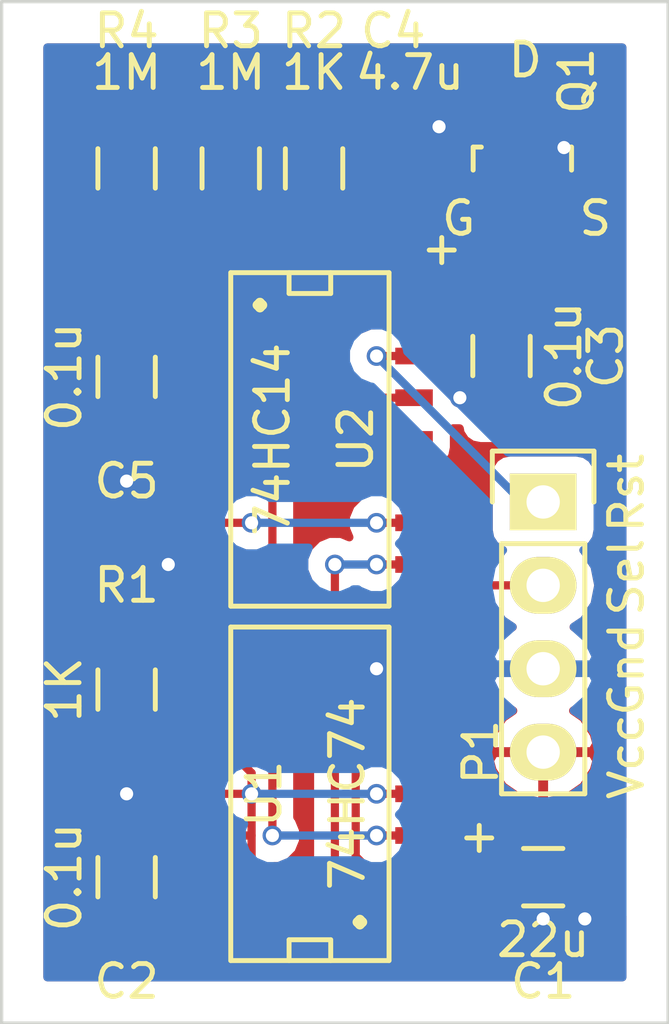
<source format=kicad_pcb>
(kicad_pcb (version 4) (host pcbnew "(after 2015-may-25 BZR unknown)-product")

  (general
    (links 36)
    (no_connects 0)
    (area 138.379999 91.389999 158.800001 122.605001)
    (thickness 1.6)
    (drawings 15)
    (tracks 109)
    (zones 0)
    (modules 13)
    (nets 18)
  )

  (page A4)
  (layers
    (0 F.Cu signal)
    (31 B.Cu signal)
    (32 B.Adhes user)
    (33 F.Adhes user)
    (34 B.Paste user)
    (35 F.Paste user)
    (36 B.SilkS user)
    (37 F.SilkS user)
    (38 B.Mask user)
    (39 F.Mask user)
    (40 Dwgs.User user)
    (41 Cmts.User user)
    (42 Eco1.User user)
    (43 Eco2.User user)
    (44 Edge.Cuts user)
    (45 Margin user)
    (46 B.CrtYd user)
    (47 F.CrtYd user)
    (48 B.Fab user)
    (49 F.Fab user)
  )

  (setup
    (last_trace_width 0.25)
    (trace_clearance 0.2)
    (zone_clearance 0.508)
    (zone_45_only no)
    (trace_min 0.2)
    (segment_width 0.2)
    (edge_width 0.1)
    (via_size 0.6)
    (via_drill 0.4)
    (via_min_size 0.4)
    (via_min_drill 0.3)
    (uvia_size 0.3)
    (uvia_drill 0.1)
    (uvias_allowed no)
    (uvia_min_size 0.2)
    (uvia_min_drill 0.1)
    (pcb_text_width 0.3)
    (pcb_text_size 1.5 1.5)
    (mod_edge_width 0.15)
    (mod_text_size 1 1)
    (mod_text_width 0.15)
    (pad_size 2.032 1.7272)
    (pad_drill 0.6)
    (pad_to_mask_clearance 0)
    (aux_axis_origin 0 0)
    (visible_elements FFFFFF7F)
    (pcbplotparams
      (layerselection 0x00030_80000001)
      (usegerberextensions false)
      (excludeedgelayer true)
      (linewidth 0.100000)
      (plotframeref false)
      (viasonmask false)
      (mode 1)
      (useauxorigin false)
      (hpglpennumber 1)
      (hpglpenspeed 20)
      (hpglpendiameter 15)
      (hpglpenoverlay 2)
      (psnegative false)
      (psa4output false)
      (plotreference true)
      (plotvalue true)
      (plotinvisibletext false)
      (padsonsilk false)
      (subtractmaskfromsilk false)
      (outputformat 1)
      (mirror false)
      (drillshape 1)
      (scaleselection 1)
      (outputdirectory ""))
  )

  (net 0 "")
  (net 1 VCC)
  (net 2 GND)
  (net 3 "Net-(C4-Pad1)")
  (net 4 "Net-(C5-Pad1)")
  (net 5 //RESET)
  (net 6 /SELECT)
  (net 7 "Net-(Q1-Pad3)")
  (net 8 /P_UP)
  (net 9 "Net-(U1-Pad1)")
  (net 10 "Net-(U1-Pad2)")
  (net 11 "Net-(U1-Pad3)")
  (net 12 "Net-(U1-Pad8)")
  (net 13 "Net-(U1-Pad9)")
  (net 14 "Net-(U2-Pad2)")
  (net 15 "Net-(U2-Pad6)")
  (net 16 "Net-(U2-Pad11)")
  (net 17 "Net-(Q1-Pad1)")

  (net_class Default "This is the default net class."
    (clearance 0.2)
    (trace_width 0.25)
    (via_dia 0.6)
    (via_drill 0.4)
    (uvia_dia 0.3)
    (uvia_drill 0.1)
    (add_net //RESET)
    (add_net /P_UP)
    (add_net /SELECT)
    (add_net GND)
    (add_net "Net-(C4-Pad1)")
    (add_net "Net-(C5-Pad1)")
    (add_net "Net-(Q1-Pad1)")
    (add_net "Net-(Q1-Pad3)")
    (add_net "Net-(U1-Pad1)")
    (add_net "Net-(U1-Pad2)")
    (add_net "Net-(U1-Pad3)")
    (add_net "Net-(U1-Pad8)")
    (add_net "Net-(U1-Pad9)")
    (add_net "Net-(U2-Pad11)")
    (add_net "Net-(U2-Pad2)")
    (add_net "Net-(U2-Pad6)")
    (add_net VCC)
  )

  (module Pin_Headers:Pin_Header_Straight_1x04 (layer F.Cu) (tedit 5718ED3D) (tstamp 57188D8A)
    (at 154.94 106.68)
    (descr "Through hole pin header")
    (tags "pin header")
    (path /57165670)
    (fp_text reference P1 (at -1.905 7.62 90) (layer F.SilkS)
      (effects (font (size 1 1) (thickness 0.15)))
    )
    (fp_text value CONN_01X04 (at 2.54 1.905 90) (layer F.Fab) hide
      (effects (font (size 1 1) (thickness 0.15)))
    )
    (fp_line (start -1.75 -1.75) (end -1.75 9.4) (layer F.CrtYd) (width 0.05))
    (fp_line (start 1.75 -1.75) (end 1.75 9.4) (layer F.CrtYd) (width 0.05))
    (fp_line (start -1.75 -1.75) (end 1.75 -1.75) (layer F.CrtYd) (width 0.05))
    (fp_line (start -1.75 9.4) (end 1.75 9.4) (layer F.CrtYd) (width 0.05))
    (fp_line (start -1.27 1.27) (end -1.27 8.89) (layer F.SilkS) (width 0.15))
    (fp_line (start 1.27 1.27) (end 1.27 8.89) (layer F.SilkS) (width 0.15))
    (fp_line (start 1.55 -1.55) (end 1.55 0) (layer F.SilkS) (width 0.15))
    (fp_line (start -1.27 8.89) (end 1.27 8.89) (layer F.SilkS) (width 0.15))
    (fp_line (start 1.27 1.27) (end -1.27 1.27) (layer F.SilkS) (width 0.15))
    (fp_line (start -1.55 0) (end -1.55 -1.55) (layer F.SilkS) (width 0.15))
    (fp_line (start -1.55 -1.55) (end 1.55 -1.55) (layer F.SilkS) (width 0.15))
    (pad 1 thru_hole rect (at 0 0) (size 2.032 1.7272) (drill 1.016) (layers *.Cu *.Mask F.SilkS)
      (net 5 //RESET))
    (pad 2 thru_hole oval (at 0 2.54) (size 2.032 1.7272) (drill 1.016) (layers *.Cu *.Mask F.SilkS)
      (net 6 /SELECT))
    (pad 3 thru_hole oval (at 0 5.08) (size 2.032 1.7272) (drill 1.016) (layers *.Cu *.Mask F.SilkS)
      (net 2 GND))
    (pad 4 thru_hole oval (at 0 7.62) (size 2.032 1.7272) (drill 1.016) (layers *.Cu *.Mask F.SilkS)
      (net 1 VCC))
    (model Pin_Headers.3dshapes/Pin_Header_Straight_1x04.wrl
      (at (xyz 0 -0.15 0))
      (scale (xyz 1 1 1))
      (rotate (xyz 0 0 90))
    )
  )

  (module TO_SOT_Packages_SMD:SOT-23_Handsoldering (layer F.Cu) (tedit 5719C24F) (tstamp 57188D95)
    (at 154.305 96.52)
    (descr "SOT-23, Handsoldering")
    (tags SOT-23)
    (path /57188628)
    (attr smd)
    (fp_text reference Q1 (at 1.651 -2.667 90) (layer F.SilkS)
      (effects (font (size 1 1) (thickness 0.15)))
    )
    (fp_text value Q_NMOS_GSD (at 2.921 -1.524 90) (layer F.Fab) hide
      (effects (font (size 1 1) (thickness 0.15)))
    )
    (fp_line (start -1.49982 0.0508) (end -1.49982 -0.65024) (layer F.SilkS) (width 0.15))
    (fp_line (start -1.49982 -0.65024) (end -1.2509 -0.65024) (layer F.SilkS) (width 0.15))
    (fp_line (start 1.29916 -0.65024) (end 1.49982 -0.65024) (layer F.SilkS) (width 0.15))
    (fp_line (start 1.49982 -0.65024) (end 1.49982 0.0508) (layer F.SilkS) (width 0.15))
    (pad 1 smd rect (at -0.95 1.50114) (size 0.8001 1.80086) (layers F.Cu F.Paste F.Mask)
      (net 17 "Net-(Q1-Pad1)"))
    (pad 2 smd rect (at 0.95 1.50114) (size 0.8001 1.80086) (layers F.Cu F.Paste F.Mask)
      (net 2 GND))
    (pad 3 smd rect (at 0 -1.50114) (size 0.8001 1.80086) (layers F.Cu F.Paste F.Mask)
      (net 7 "Net-(Q1-Pad3)"))
    (model TO_SOT_Packages_SMD.3dshapes/SOT-23_Handsoldering.wrl
      (at (xyz 0 0 0))
      (scale (xyz 1 1 1))
      (rotate (xyz 0 0 0))
    )
  )

  (module Resistors_SMD:R_0805_HandSoldering (layer F.Cu) (tedit 5718A067) (tstamp 57188DA1)
    (at 142.24 112.395 270)
    (descr "Resistor SMD 0805, hand soldering")
    (tags "resistor 0805")
    (path /57165335)
    (attr smd)
    (fp_text reference R1 (at -3.175 0 360) (layer F.SilkS)
      (effects (font (size 1 1) (thickness 0.15)))
    )
    (fp_text value 1K (at 0 1.905 450) (layer F.SilkS)
      (effects (font (size 1 1) (thickness 0.15)))
    )
    (fp_line (start -2.4 -1) (end 2.4 -1) (layer F.CrtYd) (width 0.05))
    (fp_line (start -2.4 1) (end 2.4 1) (layer F.CrtYd) (width 0.05))
    (fp_line (start -2.4 -1) (end -2.4 1) (layer F.CrtYd) (width 0.05))
    (fp_line (start 2.4 -1) (end 2.4 1) (layer F.CrtYd) (width 0.05))
    (fp_line (start 0.6 0.875) (end -0.6 0.875) (layer F.SilkS) (width 0.15))
    (fp_line (start -0.6 -0.875) (end 0.6 -0.875) (layer F.SilkS) (width 0.15))
    (pad 1 smd rect (at -1.35 0 270) (size 1.5 1.3) (layers F.Cu F.Paste F.Mask)
      (net 1 VCC))
    (pad 2 smd rect (at 1.35 0 270) (size 1.5 1.3) (layers F.Cu F.Paste F.Mask)
      (net 8 /P_UP))
    (model Resistors_SMD.3dshapes/R_0805_HandSoldering.wrl
      (at (xyz 0 0 0))
      (scale (xyz 1 1 1))
      (rotate (xyz 0 0 0))
    )
  )

  (module Resistors_SMD:R_0805_HandSoldering (layer F.Cu) (tedit 5718AE45) (tstamp 57188DAD)
    (at 147.955 96.52 90)
    (descr "Resistor SMD 0805, hand soldering")
    (tags "resistor 0805")
    (path /57188766)
    (attr smd)
    (fp_text reference R2 (at 4.191 0 180) (layer F.SilkS)
      (effects (font (size 1 1) (thickness 0.15)))
    )
    (fp_text value 1K (at 2.921 0 180) (layer F.SilkS)
      (effects (font (size 1 1) (thickness 0.15)))
    )
    (fp_line (start -2.4 -1) (end 2.4 -1) (layer F.CrtYd) (width 0.05))
    (fp_line (start -2.4 1) (end 2.4 1) (layer F.CrtYd) (width 0.05))
    (fp_line (start -2.4 -1) (end -2.4 1) (layer F.CrtYd) (width 0.05))
    (fp_line (start 2.4 -1) (end 2.4 1) (layer F.CrtYd) (width 0.05))
    (fp_line (start 0.6 0.875) (end -0.6 0.875) (layer F.SilkS) (width 0.15))
    (fp_line (start -0.6 -0.875) (end 0.6 -0.875) (layer F.SilkS) (width 0.15))
    (pad 1 smd rect (at -1.35 0 90) (size 1.5 1.3) (layers F.Cu F.Paste F.Mask)
      (net 3 "Net-(C4-Pad1)"))
    (pad 2 smd rect (at 1.35 0 90) (size 1.5 1.3) (layers F.Cu F.Paste F.Mask)
      (net 7 "Net-(Q1-Pad3)"))
    (model Resistors_SMD.3dshapes/R_0805_HandSoldering.wrl
      (at (xyz 0 0 0))
      (scale (xyz 1 1 1))
      (rotate (xyz 0 0 0))
    )
  )

  (module Resistors_SMD:R_0805_HandSoldering (layer F.Cu) (tedit 5718AE41) (tstamp 57188DB9)
    (at 145.415 96.52 270)
    (descr "Resistor SMD 0805, hand soldering")
    (tags "resistor 0805")
    (path /57164E66)
    (attr smd)
    (fp_text reference R3 (at -4.191 0 360) (layer F.SilkS)
      (effects (font (size 1 1) (thickness 0.15)))
    )
    (fp_text value 1M (at -2.921 0 360) (layer F.SilkS)
      (effects (font (size 1 1) (thickness 0.15)))
    )
    (fp_line (start -2.4 -1) (end 2.4 -1) (layer F.CrtYd) (width 0.05))
    (fp_line (start -2.4 1) (end 2.4 1) (layer F.CrtYd) (width 0.05))
    (fp_line (start -2.4 -1) (end -2.4 1) (layer F.CrtYd) (width 0.05))
    (fp_line (start 2.4 -1) (end 2.4 1) (layer F.CrtYd) (width 0.05))
    (fp_line (start 0.6 0.875) (end -0.6 0.875) (layer F.SilkS) (width 0.15))
    (fp_line (start -0.6 -0.875) (end 0.6 -0.875) (layer F.SilkS) (width 0.15))
    (pad 1 smd rect (at -1.35 0 270) (size 1.5 1.3) (layers F.Cu F.Paste F.Mask)
      (net 1 VCC))
    (pad 2 smd rect (at 1.35 0 270) (size 1.5 1.3) (layers F.Cu F.Paste F.Mask)
      (net 3 "Net-(C4-Pad1)"))
    (model Resistors_SMD.3dshapes/R_0805_HandSoldering.wrl
      (at (xyz 0 0 0))
      (scale (xyz 1 1 1))
      (rotate (xyz 0 0 0))
    )
  )

  (module Resistors_SMD:R_0805_HandSoldering (layer F.Cu) (tedit 5718AE3D) (tstamp 57188DC5)
    (at 142.24 96.52 270)
    (descr "Resistor SMD 0805, hand soldering")
    (tags "resistor 0805")
    (path /57164D81)
    (attr smd)
    (fp_text reference R4 (at -4.191 0 360) (layer F.SilkS)
      (effects (font (size 1 1) (thickness 0.15)))
    )
    (fp_text value 1M (at -2.921 0 360) (layer F.SilkS)
      (effects (font (size 1 1) (thickness 0.15)))
    )
    (fp_line (start -2.4 -1) (end 2.4 -1) (layer F.CrtYd) (width 0.05))
    (fp_line (start -2.4 1) (end 2.4 1) (layer F.CrtYd) (width 0.05))
    (fp_line (start -2.4 -1) (end -2.4 1) (layer F.CrtYd) (width 0.05))
    (fp_line (start 2.4 -1) (end 2.4 1) (layer F.CrtYd) (width 0.05))
    (fp_line (start 0.6 0.875) (end -0.6 0.875) (layer F.SilkS) (width 0.15))
    (fp_line (start -0.6 -0.875) (end 0.6 -0.875) (layer F.SilkS) (width 0.15))
    (pad 1 smd rect (at -1.35 0 270) (size 1.5 1.3) (layers F.Cu F.Paste F.Mask)
      (net 1 VCC))
    (pad 2 smd rect (at 1.35 0 270) (size 1.5 1.3) (layers F.Cu F.Paste F.Mask)
      (net 4 "Net-(C5-Pad1)"))
    (model Resistors_SMD.3dshapes/R_0805_HandSoldering.wrl
      (at (xyz 0 0 0))
      (scale (xyz 1 1 1))
      (rotate (xyz 0 0 0))
    )
  )

  (module SMD_Packages:SOIC-14_N (layer F.Cu) (tedit 57189BD7) (tstamp 57188DDE)
    (at 147.701 115.57 90)
    (descr "Module CMS SOJ 14 pins Large")
    (tags "CMS SOJ")
    (path /5716414A)
    (attr smd)
    (fp_text reference U1 (at 0 -1.27 90) (layer F.SilkS)
      (effects (font (size 1 1) (thickness 0.15)))
    )
    (fp_text value 74HC74 (at 0 1.27 90) (layer F.SilkS)
      (effects (font (size 1 1) (thickness 0.15)))
    )
    (fp_line (start 5.08 -2.286) (end 5.08 2.54) (layer F.SilkS) (width 0.15))
    (fp_line (start 5.08 2.54) (end -5.08 2.54) (layer F.SilkS) (width 0.15))
    (fp_line (start -5.08 2.54) (end -5.08 -2.286) (layer F.SilkS) (width 0.15))
    (fp_line (start -5.08 -2.286) (end 5.08 -2.286) (layer F.SilkS) (width 0.15))
    (fp_line (start -5.08 -0.508) (end -4.445 -0.508) (layer F.SilkS) (width 0.15))
    (fp_line (start -4.445 -0.508) (end -4.445 0.762) (layer F.SilkS) (width 0.15))
    (fp_line (start -4.445 0.762) (end -5.08 0.762) (layer F.SilkS) (width 0.15))
    (pad 1 smd rect (at -3.81 3.302 90) (size 0.508 1.143) (layers F.Cu F.Paste F.Mask)
      (net 9 "Net-(U1-Pad1)"))
    (pad 2 smd rect (at -2.54 3.302 90) (size 0.508 1.143) (layers F.Cu F.Paste F.Mask)
      (net 10 "Net-(U1-Pad2)"))
    (pad 3 smd rect (at -1.27 3.302 90) (size 0.508 1.143) (layers F.Cu F.Paste F.Mask)
      (net 11 "Net-(U1-Pad3)"))
    (pad 4 smd rect (at 0 3.302 90) (size 0.508 1.143) (layers F.Cu F.Paste F.Mask)
      (net 8 /P_UP))
    (pad 5 smd rect (at 1.27 3.302 90) (size 0.508 1.143) (layers F.Cu F.Paste F.Mask)
      (net 6 /SELECT))
    (pad 6 smd rect (at 2.54 3.302 90) (size 0.508 1.143) (layers F.Cu F.Paste F.Mask)
      (net 10 "Net-(U1-Pad2)"))
    (pad 7 smd rect (at 3.81 3.302 90) (size 0.508 1.143) (layers F.Cu F.Paste F.Mask)
      (net 2 GND))
    (pad 8 smd rect (at 3.81 -3.048 90) (size 0.508 1.143) (layers F.Cu F.Paste F.Mask)
      (net 12 "Net-(U1-Pad8)"))
    (pad 9 smd rect (at 2.54 -3.048 90) (size 0.508 1.143) (layers F.Cu F.Paste F.Mask)
      (net 13 "Net-(U1-Pad9)"))
    (pad 11 smd rect (at 0 -3.048 90) (size 0.508 1.143) (layers F.Cu F.Paste F.Mask)
      (net 8 /P_UP))
    (pad 12 smd rect (at -1.27 -3.048 90) (size 0.508 1.143) (layers F.Cu F.Paste F.Mask)
      (net 8 /P_UP))
    (pad 13 smd rect (at -2.54 -3.048 90) (size 0.508 1.143) (layers F.Cu F.Paste F.Mask)
      (net 8 /P_UP))
    (pad 14 smd rect (at -3.81 -3.048 90) (size 0.508 1.143) (layers F.Cu F.Paste F.Mask)
      (net 1 VCC))
    (pad 10 smd rect (at 1.27 -3.048 90) (size 0.508 1.143) (layers F.Cu F.Paste F.Mask)
      (net 8 /P_UP))
    (model SMD_Packages.3dshapes/SOIC-14_N.wrl
      (at (xyz 0 0 0))
      (scale (xyz 0.5 0.4 0.5))
      (rotate (xyz 0 0 0))
    )
  )

  (module SMD_Packages:SOIC-14_N (layer F.Cu) (tedit 57189BD2) (tstamp 57188DF7)
    (at 147.955 104.775 270)
    (descr "Module CMS SOJ 14 pins Large")
    (tags "CMS SOJ")
    (path /57188B73)
    (attr smd)
    (fp_text reference U2 (at 0 -1.27 270) (layer F.SilkS)
      (effects (font (size 1 1) (thickness 0.15)))
    )
    (fp_text value 74HC14 (at 0 1.27 270) (layer F.SilkS)
      (effects (font (size 1 1) (thickness 0.15)))
    )
    (fp_line (start 5.08 -2.286) (end 5.08 2.54) (layer F.SilkS) (width 0.15))
    (fp_line (start 5.08 2.54) (end -5.08 2.54) (layer F.SilkS) (width 0.15))
    (fp_line (start -5.08 2.54) (end -5.08 -2.286) (layer F.SilkS) (width 0.15))
    (fp_line (start -5.08 -2.286) (end 5.08 -2.286) (layer F.SilkS) (width 0.15))
    (fp_line (start -5.08 -0.508) (end -4.445 -0.508) (layer F.SilkS) (width 0.15))
    (fp_line (start -4.445 -0.508) (end -4.445 0.762) (layer F.SilkS) (width 0.15))
    (fp_line (start -4.445 0.762) (end -5.08 0.762) (layer F.SilkS) (width 0.15))
    (pad 1 smd rect (at -3.81 3.302 270) (size 0.508 1.143) (layers F.Cu F.Paste F.Mask)
      (net 3 "Net-(C4-Pad1)"))
    (pad 2 smd rect (at -2.54 3.302 270) (size 0.508 1.143) (layers F.Cu F.Paste F.Mask)
      (net 14 "Net-(U2-Pad2)"))
    (pad 3 smd rect (at -1.27 3.302 270) (size 0.508 1.143) (layers F.Cu F.Paste F.Mask)
      (net 14 "Net-(U2-Pad2)"))
    (pad 4 smd rect (at 0 3.302 270) (size 0.508 1.143) (layers F.Cu F.Paste F.Mask)
      (net 11 "Net-(U1-Pad3)"))
    (pad 5 smd rect (at 1.27 3.302 270) (size 0.508 1.143) (layers F.Cu F.Paste F.Mask)
      (net 4 "Net-(C5-Pad1)"))
    (pad 6 smd rect (at 2.54 3.302 270) (size 0.508 1.143) (layers F.Cu F.Paste F.Mask)
      (net 15 "Net-(U2-Pad6)"))
    (pad 7 smd rect (at 3.81 3.302 270) (size 0.508 1.143) (layers F.Cu F.Paste F.Mask)
      (net 2 GND))
    (pad 8 smd rect (at 3.81 -3.048 270) (size 0.508 1.143) (layers F.Cu F.Paste F.Mask)
      (net 9 "Net-(U1-Pad1)"))
    (pad 9 smd rect (at 2.54 -3.048 270) (size 0.508 1.143) (layers F.Cu F.Paste F.Mask)
      (net 15 "Net-(U2-Pad6)"))
    (pad 11 smd rect (at 0 -3.048 270) (size 0.508 1.143) (layers F.Cu F.Paste F.Mask)
      (net 16 "Net-(U2-Pad11)"))
    (pad 12 smd rect (at -1.27 -3.048 270) (size 0.508 1.143) (layers F.Cu F.Paste F.Mask)
      (net 16 "Net-(U2-Pad11)"))
    (pad 13 smd rect (at -2.54 -3.048 270) (size 0.508 1.143) (layers F.Cu F.Paste F.Mask)
      (net 5 //RESET))
    (pad 14 smd rect (at -3.81 -3.048 270) (size 0.508 1.143) (layers F.Cu F.Paste F.Mask)
      (net 1 VCC))
    (pad 10 smd rect (at 1.27 -3.048 270) (size 0.508 1.143) (layers F.Cu F.Paste F.Mask)
      (net 17 "Net-(Q1-Pad1)"))
    (model SMD_Packages.3dshapes/SOIC-14_N.wrl
      (at (xyz 0 0 0))
      (scale (xyz 0.5 0.4 0.5))
      (rotate (xyz 0 0 0))
    )
  )

  (module Resistors_SMD:R_0805_HandSoldering (layer F.Cu) (tedit 5718A1B7) (tstamp 57188D77)
    (at 142.24 102.87 270)
    (descr "Resistor SMD 0805, hand soldering")
    (tags "resistor 0805")
    (path /57164DA8)
    (attr smd)
    (fp_text reference C5 (at 3.175 0 360) (layer F.SilkS)
      (effects (font (size 1 1) (thickness 0.15)))
    )
    (fp_text value 0.1u (at 0 1.905 270) (layer F.SilkS)
      (effects (font (size 1 1) (thickness 0.15)))
    )
    (fp_line (start -2.4 -1) (end 2.4 -1) (layer F.CrtYd) (width 0.05))
    (fp_line (start -2.4 1) (end 2.4 1) (layer F.CrtYd) (width 0.05))
    (fp_line (start -2.4 -1) (end -2.4 1) (layer F.CrtYd) (width 0.05))
    (fp_line (start 2.4 -1) (end 2.4 1) (layer F.CrtYd) (width 0.05))
    (fp_line (start 0.6 0.875) (end -0.6 0.875) (layer F.SilkS) (width 0.15))
    (fp_line (start -0.6 -0.875) (end 0.6 -0.875) (layer F.SilkS) (width 0.15))
    (pad 1 smd rect (at -1.35 0 270) (size 1.5 1.3) (layers F.Cu F.Paste F.Mask)
      (net 4 "Net-(C5-Pad1)"))
    (pad 2 smd rect (at 1.35 0 270) (size 1.5 1.3) (layers F.Cu F.Paste F.Mask)
      (net 2 GND))
    (model Resistors_SMD.3dshapes/R_0805_HandSoldering.wrl
      (at (xyz 0 0 0))
      (scale (xyz 1 1 1))
      (rotate (xyz 0 0 0))
    )
  )

  (module Resistors_SMD:R_0805_HandSoldering (layer F.Cu) (tedit 5718A1F7) (tstamp 57188D5F)
    (at 153.67 102.235 270)
    (descr "Resistor SMD 0805, hand soldering")
    (tags "resistor 0805")
    (path /57189CB4)
    (attr smd)
    (fp_text reference C3 (at 0 -3.175 270) (layer F.SilkS)
      (effects (font (size 1 1) (thickness 0.15)))
    )
    (fp_text value 0.1u (at 0 -1.905 270) (layer F.SilkS)
      (effects (font (size 1 1) (thickness 0.15)))
    )
    (fp_line (start -2.4 -1) (end 2.4 -1) (layer F.CrtYd) (width 0.05))
    (fp_line (start -2.4 1) (end 2.4 1) (layer F.CrtYd) (width 0.05))
    (fp_line (start -2.4 -1) (end -2.4 1) (layer F.CrtYd) (width 0.05))
    (fp_line (start 2.4 -1) (end 2.4 1) (layer F.CrtYd) (width 0.05))
    (fp_line (start 0.6 0.875) (end -0.6 0.875) (layer F.SilkS) (width 0.15))
    (fp_line (start -0.6 -0.875) (end 0.6 -0.875) (layer F.SilkS) (width 0.15))
    (pad 1 smd rect (at -1.35 0 270) (size 1.5 1.3) (layers F.Cu F.Paste F.Mask)
      (net 1 VCC))
    (pad 2 smd rect (at 1.35 0 270) (size 1.5 1.3) (layers F.Cu F.Paste F.Mask)
      (net 2 GND))
    (model Resistors_SMD.3dshapes/R_0805_HandSoldering.wrl
      (at (xyz 0 0 0))
      (scale (xyz 1 1 1))
      (rotate (xyz 0 0 0))
    )
  )

  (module Resistors_SMD:R_0805_HandSoldering (layer F.Cu) (tedit 5718A21C) (tstamp 57188D53)
    (at 142.24 118.11 90)
    (descr "Resistor SMD 0805, hand soldering")
    (tags "resistor 0805")
    (path /57166147)
    (attr smd)
    (fp_text reference C2 (at -3.175 0 180) (layer F.SilkS)
      (effects (font (size 1 1) (thickness 0.15)))
    )
    (fp_text value 0.1u (at 0 -1.905 90) (layer F.SilkS)
      (effects (font (size 1 1) (thickness 0.15)))
    )
    (fp_line (start -2.4 -1) (end 2.4 -1) (layer F.CrtYd) (width 0.05))
    (fp_line (start -2.4 1) (end 2.4 1) (layer F.CrtYd) (width 0.05))
    (fp_line (start -2.4 -1) (end -2.4 1) (layer F.CrtYd) (width 0.05))
    (fp_line (start 2.4 -1) (end 2.4 1) (layer F.CrtYd) (width 0.05))
    (fp_line (start 0.6 0.875) (end -0.6 0.875) (layer F.SilkS) (width 0.15))
    (fp_line (start -0.6 -0.875) (end 0.6 -0.875) (layer F.SilkS) (width 0.15))
    (pad 1 smd rect (at -1.35 0 90) (size 1.5 1.3) (layers F.Cu F.Paste F.Mask)
      (net 1 VCC))
    (pad 2 smd rect (at 1.35 0 90) (size 1.5 1.3) (layers F.Cu F.Paste F.Mask)
      (net 2 GND))
    (model Resistors_SMD.3dshapes/R_0805_HandSoldering.wrl
      (at (xyz 0 0 0))
      (scale (xyz 1 1 1))
      (rotate (xyz 0 0 0))
    )
  )

  (module Resistors_SMD:R_0805_HandSoldering (layer F.Cu) (tedit 5718E156) (tstamp 57188D47)
    (at 154.94 118.11)
    (descr "Resistor SMD 0805, hand soldering")
    (tags "resistor 0805")
    (path /57165FF4)
    (attr smd)
    (fp_text reference C1 (at 0 3.175) (layer F.SilkS)
      (effects (font (size 1 1) (thickness 0.15)))
    )
    (fp_text value 22u (at 0 1.905) (layer F.SilkS)
      (effects (font (size 1 1) (thickness 0.15)))
    )
    (fp_line (start -2.4 -1) (end 2.4 -1) (layer F.CrtYd) (width 0.05))
    (fp_line (start -2.4 1) (end 2.4 1) (layer F.CrtYd) (width 0.05))
    (fp_line (start -2.4 -1) (end -2.4 1) (layer F.CrtYd) (width 0.05))
    (fp_line (start 2.4 -1) (end 2.4 1) (layer F.CrtYd) (width 0.05))
    (fp_line (start 0.6 0.875) (end -0.6 0.875) (layer F.SilkS) (width 0.15))
    (fp_line (start -0.6 -0.875) (end 0.6 -0.875) (layer F.SilkS) (width 0.15))
    (pad 1 smd rect (at -1.35 0) (size 1.5 1.3) (layers F.Cu F.Paste F.Mask)
      (net 1 VCC))
    (pad 2 smd rect (at 1.35 0) (size 1.5 1.3) (layers F.Cu F.Paste F.Mask)
      (net 2 GND))
    (model Resistors_SMD.3dshapes/R_0805_HandSoldering.wrl
      (at (xyz 0 0 0))
      (scale (xyz 1 1 1))
      (rotate (xyz 0 0 0))
    )
  )

  (module FF:TantalC_SizeR_EIA-2012 (layer F.Cu) (tedit 5718DDC2) (tstamp 57188D6B)
    (at 150.495 96.647 270)
    (descr "Tantal Cap. , Size C, EIA-2012")
    (path /57164E15)
    (fp_text reference C4 (at -4.318 0.127 360) (layer F.SilkS)
      (effects (font (size 1 1) (thickness 0.15)))
    )
    (fp_text value 4.7u (at -3.048 -0.381 360) (layer F.SilkS)
      (effects (font (size 1 1) (thickness 0.15)))
    )
    (pad 1 smd rect (at 1.17602 0 270) (size 1.5494 1.80086) (layers F.Cu F.Paste F.Mask)
      (net 3 "Net-(C4-Pad1)"))
    (pad 2 smd rect (at -1.17602 0 270) (size 1.5494 1.80086) (layers F.Cu F.Paste F.Mask)
      (net 2 GND))
    (model Capacitors_Tantalum_SMD.3dshapes/TantalC_SizeR_EIA-2012.wrl
      (at (xyz 0 0 0))
      (scale (xyz 1 1 1))
      (rotate (xyz 0 0 0))
    )
  )

  (gr_text + (at 152.273 116.84) (layer F.SilkS)
    (effects (font (size 1 1) (thickness 0.15)) (justify left))
  )
  (gr_text + (at 151.13 98.933) (layer F.SilkS)
    (effects (font (size 1 1) (thickness 0.15)) (justify left))
  )
  (gr_text D (at 153.797 93.218) (layer F.SilkS)
    (effects (font (size 1 1) (thickness 0.15)) (justify left))
  )
  (gr_text S (at 155.956 98.044) (layer F.SilkS)
    (effects (font (size 1 1) (thickness 0.15)) (justify left))
  )
  (gr_text G (at 151.765 98.044) (layer F.SilkS)
    (effects (font (size 1 1) (thickness 0.15)) (justify left))
  )
  (gr_text . (at 149.352 118.872) (layer F.SilkS)
    (effects (font (size 1.5 1.5) (thickness 0.3)))
  )
  (gr_text . (at 146.304 100.076) (layer F.SilkS)
    (effects (font (size 1.5 1.5) (thickness 0.3)))
  )
  (gr_text Vcc (at 157.48 115.824 90) (layer F.SilkS)
    (effects (font (size 1 1) (thickness 0.15)) (justify left))
  )
  (gr_text Gnd (at 157.48 113.284 90) (layer F.SilkS)
    (effects (font (size 1 1) (thickness 0.15)) (justify left))
  )
  (gr_text Sel (at 157.48 110.236 90) (layer F.SilkS)
    (effects (font (size 1 1) (thickness 0.15)) (justify left))
  )
  (gr_text Rst (at 157.48 107.696 90) (layer F.SilkS)
    (effects (font (size 1 1) (thickness 0.15)) (justify left))
  )
  (gr_line (start 138.43 122.555) (end 138.43 91.44) (angle 90) (layer Edge.Cuts) (width 0.1))
  (gr_line (start 158.75 122.555) (end 138.43 122.555) (angle 90) (layer Edge.Cuts) (width 0.1))
  (gr_line (start 158.75 91.44) (end 158.75 122.555) (angle 90) (layer Edge.Cuts) (width 0.1))
  (gr_line (start 138.43 91.44) (end 158.75 91.44) (angle 90) (layer Edge.Cuts) (width 0.1))

  (segment (start 150.495 95.47098) (end 151.54402 95.47098) (width 0.25) (layer F.Cu) (net 2))
  (via (at 151.765 95.25) (size 0.6) (drill 0.4) (layers F.Cu B.Cu) (net 2))
  (segment (start 151.54402 95.47098) (end 151.765 95.25) (width 0.25) (layer F.Cu) (net 2) (tstamp 571F7805))
  (segment (start 156.19 118.11) (end 156.19 118.13) (width 0.25) (layer F.Cu) (net 2))
  (segment (start 156.19 118.13) (end 154.94 119.38) (width 0.25) (layer F.Cu) (net 2) (tstamp 57189F8B))
  (via (at 154.94 119.38) (size 0.6) (drill 0.4) (layers F.Cu B.Cu) (net 2))
  (segment (start 156.19 118.11) (end 156.19 119.36) (width 0.25) (layer F.Cu) (net 2))
  (via (at 156.21 119.38) (size 0.6) (drill 0.4) (layers F.Cu B.Cu) (net 2))
  (segment (start 156.19 119.36) (end 156.21 119.38) (width 0.25) (layer F.Cu) (net 2) (tstamp 57189F84))
  (segment (start 151.003 111.76) (end 149.86 111.76) (width 0.25) (layer F.Cu) (net 2))
  (via (at 149.86 111.76) (size 0.6) (drill 0.4) (layers F.Cu B.Cu) (net 2))
  (segment (start 142.24 116.86) (end 142.24 115.57) (width 0.25) (layer F.Cu) (net 2))
  (via (at 142.24 115.57) (size 0.6) (drill 0.4) (layers F.Cu B.Cu) (net 2))
  (segment (start 153.67 103.485) (end 152.42 103.485) (width 0.25) (layer F.Cu) (net 2))
  (via (at 152.4 103.505) (size 0.6) (drill 0.4) (layers F.Cu B.Cu) (net 2))
  (segment (start 152.42 103.485) (end 152.4 103.505) (width 0.25) (layer F.Cu) (net 2) (tstamp 571896A0))
  (segment (start 155.255 98.02114) (end 155.255 96.205) (width 0.25) (layer F.Cu) (net 2))
  (via (at 155.575 95.885) (size 0.6) (drill 0.4) (layers F.Cu B.Cu) (net 2))
  (segment (start 155.255 96.205) (end 155.575 95.885) (width 0.25) (layer F.Cu) (net 2) (tstamp 57189625))
  (segment (start 144.653 108.585) (end 143.51 108.585) (width 0.25) (layer F.Cu) (net 2))
  (via (at 143.51 108.585) (size 0.6) (drill 0.4) (layers F.Cu B.Cu) (net 2))
  (segment (start 142.24 104.12) (end 142.24 106.045) (width 0.25) (layer F.Cu) (net 2))
  (via (at 142.24 106.045) (size 0.6) (drill 0.4) (layers F.Cu B.Cu) (net 2))
  (segment (start 150.395 97.87) (end 150.495 97.77) (width 0.25) (layer F.Cu) (net 3) (tstamp 57189A3F))
  (segment (start 150.395 97.87) (end 150.495 97.77) (width 0.25) (layer F.Cu) (net 3) (tstamp 571894FF))
  (segment (start 150.395 97.87) (end 150.495 97.77) (width 0.25) (layer F.Cu) (net 3) (tstamp 5718925D))
  (segment (start 147.955 97.87) (end 150.395 97.87) (width 0.25) (layer F.Cu) (net 3))
  (segment (start 145.415 97.87) (end 147.955 97.87) (width 0.25) (layer F.Cu) (net 3))
  (segment (start 145.415 97.87) (end 145.415 99.06) (width 0.25) (layer F.Cu) (net 3))
  (segment (start 145.415 100.965) (end 144.653 100.965) (width 0.25) (layer F.Cu) (net 3) (tstamp 57189967))
  (segment (start 146.05 100.33) (end 145.415 100.965) (width 0.25) (layer F.Cu) (net 3) (tstamp 57189966))
  (segment (start 146.05 99.695) (end 146.05 100.33) (width 0.25) (layer F.Cu) (net 3) (tstamp 57189964))
  (segment (start 145.415 99.06) (end 146.05 99.695) (width 0.25) (layer F.Cu) (net 3) (tstamp 57189962))
  (segment (start 142.24 97.87) (end 142.24 101.62) (width 0.25) (layer F.Cu) (net 4))
  (segment (start 142.24 101.62) (end 142.895 101.62) (width 0.25) (layer F.Cu) (net 4))
  (segment (start 143.51 105.41) (end 144.145 106.045) (width 0.25) (layer F.Cu) (net 4) (tstamp 57189239))
  (segment (start 143.51 102.235) (end 143.51 105.41) (width 0.25) (layer F.Cu) (net 4) (tstamp 57189237))
  (segment (start 142.895 101.62) (end 143.51 102.235) (width 0.25) (layer F.Cu) (net 4) (tstamp 57189233))
  (segment (start 144.145 106.045) (end 144.653 106.045) (width 0.25) (layer F.Cu) (net 4) (tstamp 5718923D))
  (segment (start 154.94 106.68) (end 154.305 106.68) (width 0.25) (layer B.Cu) (net 5))
  (segment (start 154.305 106.68) (end 149.86 102.235) (width 0.25) (layer B.Cu) (net 5) (tstamp 5719C1AD))
  (via (at 149.86 102.235) (size 0.6) (drill 0.4) (layers F.Cu B.Cu) (net 5))
  (segment (start 149.86 102.235) (end 151.003 102.235) (width 0.25) (layer F.Cu) (net 5) (tstamp 5719C1B5))
  (segment (start 154.305 106.68) (end 154.305 106.045) (width 0.25) (layer F.Cu) (net 5))
  (segment (start 151.003 114.3) (end 151.765 114.3) (width 0.25) (layer F.Cu) (net 6))
  (segment (start 153.035 109.22) (end 154.305 109.22) (width 0.25) (layer F.Cu) (net 6) (tstamp 571893C7))
  (segment (start 152.4 109.855) (end 153.035 109.22) (width 0.25) (layer F.Cu) (net 6) (tstamp 571893C6))
  (segment (start 152.4 113.665) (end 152.4 109.855) (width 0.25) (layer F.Cu) (net 6) (tstamp 571893C4))
  (segment (start 151.765 114.3) (end 152.4 113.665) (width 0.25) (layer F.Cu) (net 6) (tstamp 571893C3))
  (segment (start 147.955 95.17) (end 147.955 94.615) (width 0.25) (layer F.Cu) (net 7))
  (segment (start 147.955 94.615) (end 148.59 93.98) (width 0.25) (layer F.Cu) (net 7) (tstamp 57189533))
  (segment (start 148.59 93.98) (end 152.4 93.98) (width 0.25) (layer F.Cu) (net 7) (tstamp 57189534))
  (segment (start 152.4 93.98) (end 153.43886 95.01886) (width 0.25) (layer F.Cu) (net 7) (tstamp 57189536))
  (segment (start 153.43886 95.01886) (end 154.305 95.01886) (width 0.25) (layer F.Cu) (net 7) (tstamp 57189538))
  (segment (start 142.24 113.745) (end 142.955 113.745) (width 0.25) (layer F.Cu) (net 8))
  (segment (start 143.51 114.3) (end 144.653 114.3) (width 0.25) (layer F.Cu) (net 8) (tstamp 5718947A))
  (segment (start 142.955 113.745) (end 143.51 114.3) (width 0.25) (layer F.Cu) (net 8) (tstamp 57189477))
  (segment (start 144.653 116.84) (end 146.05 116.84) (width 0.25) (layer F.Cu) (net 8))
  (segment (start 144.653 118.11) (end 145.415 118.11) (width 0.25) (layer F.Cu) (net 8))
  (segment (start 146.05 117.475) (end 146.05 116.84) (width 0.25) (layer F.Cu) (net 8) (tstamp 571893EC))
  (segment (start 146.05 116.84) (end 146.05 115.57) (width 0.25) (layer F.Cu) (net 8) (tstamp 571893F3))
  (segment (start 145.415 118.11) (end 146.05 117.475) (width 0.25) (layer F.Cu) (net 8) (tstamp 571893EA))
  (segment (start 144.653 114.3) (end 145.415 114.3) (width 0.25) (layer F.Cu) (net 8))
  (segment (start 146.05 114.935) (end 146.05 115.57) (width 0.25) (layer F.Cu) (net 8) (tstamp 571893E5))
  (segment (start 145.415 114.3) (end 146.05 114.935) (width 0.25) (layer F.Cu) (net 8) (tstamp 571893E3))
  (segment (start 144.653 115.57) (end 146.05 115.57) (width 0.25) (layer F.Cu) (net 8))
  (segment (start 149.86 115.57) (end 151.003 115.57) (width 0.25) (layer F.Cu) (net 8) (tstamp 571893DA))
  (via (at 149.86 115.57) (size 0.6) (drill 0.4) (layers F.Cu B.Cu) (net 8))
  (segment (start 146.05 115.57) (end 149.86 115.57) (width 0.25) (layer B.Cu) (net 8) (tstamp 571893D7))
  (via (at 146.05 115.57) (size 0.6) (drill 0.4) (layers F.Cu B.Cu) (net 8))
  (segment (start 151.003 119.38) (end 149.86 119.38) (width 0.25) (layer F.Cu) (net 9))
  (segment (start 149.86 108.585) (end 151.003 108.585) (width 0.25) (layer F.Cu) (net 9) (tstamp 5718944D))
  (via (at 149.86 108.585) (size 0.6) (drill 0.4) (layers F.Cu B.Cu) (net 9))
  (segment (start 148.59 108.585) (end 149.86 108.585) (width 0.25) (layer B.Cu) (net 9) (tstamp 5718944A))
  (via (at 148.59 108.585) (size 0.6) (drill 0.4) (layers F.Cu B.Cu) (net 9))
  (segment (start 148.59 118.11) (end 148.59 108.585) (width 0.25) (layer F.Cu) (net 9) (tstamp 57189445))
  (segment (start 149.86 119.38) (end 148.59 118.11) (width 0.25) (layer F.Cu) (net 9) (tstamp 5718943C))
  (segment (start 151.003 118.11) (end 149.86 118.11) (width 0.25) (layer F.Cu) (net 10))
  (segment (start 149.86 113.03) (end 151.003 113.03) (width 0.25) (layer F.Cu) (net 10) (tstamp 5719C11B))
  (segment (start 149.225 113.665) (end 149.86 113.03) (width 0.25) (layer F.Cu) (net 10) (tstamp 5719C119))
  (segment (start 149.225 117.475) (end 149.225 113.665) (width 0.25) (layer F.Cu) (net 10) (tstamp 5719C118))
  (segment (start 149.86 118.11) (end 149.225 117.475) (width 0.25) (layer F.Cu) (net 10) (tstamp 5719C116))
  (segment (start 144.653 104.775) (end 146.05 104.775) (width 0.25) (layer F.Cu) (net 11))
  (segment (start 149.86 116.84) (end 151.003 116.84) (width 0.25) (layer F.Cu) (net 11) (tstamp 57189386))
  (via (at 149.86 116.84) (size 0.6) (drill 0.4) (layers F.Cu B.Cu) (net 11))
  (segment (start 146.685 116.84) (end 149.86 116.84) (width 0.25) (layer B.Cu) (net 11) (tstamp 5718937F))
  (via (at 146.685 116.84) (size 0.6) (drill 0.4) (layers F.Cu B.Cu) (net 11))
  (segment (start 146.685 105.41) (end 146.685 116.84) (width 0.25) (layer F.Cu) (net 11) (tstamp 5718937B))
  (segment (start 146.05 104.775) (end 146.685 105.41) (width 0.25) (layer F.Cu) (net 11) (tstamp 57189370))
  (segment (start 144.653 102.235) (end 145.415 102.235) (width 0.25) (layer F.Cu) (net 14))
  (segment (start 145.415 103.505) (end 144.653 103.505) (width 0.25) (layer F.Cu) (net 14) (tstamp 5718931C))
  (segment (start 146.05 102.87) (end 145.415 103.505) (width 0.25) (layer F.Cu) (net 14) (tstamp 5718931A))
  (segment (start 145.415 102.235) (end 146.05 102.87) (width 0.25) (layer F.Cu) (net 14) (tstamp 57189317))
  (segment (start 144.653 107.315) (end 146.05 107.315) (width 0.25) (layer F.Cu) (net 15))
  (segment (start 149.86 107.315) (end 151.003 107.315) (width 0.25) (layer F.Cu) (net 15) (tstamp 571893B9))
  (via (at 149.86 107.315) (size 0.6) (drill 0.4) (layers F.Cu B.Cu) (net 15))
  (segment (start 146.05 107.315) (end 149.86 107.315) (width 0.25) (layer B.Cu) (net 15) (tstamp 571893AF))
  (via (at 146.05 107.315) (size 0.6) (drill 0.4) (layers F.Cu B.Cu) (net 15))
  (segment (start 151.003 104.775) (end 149.86 104.775) (width 0.25) (layer F.Cu) (net 16))
  (segment (start 149.86 103.505) (end 151.003 103.505) (width 0.25) (layer F.Cu) (net 16) (tstamp 5719C13F))
  (segment (start 149.225 104.14) (end 149.86 103.505) (width 0.25) (layer F.Cu) (net 16) (tstamp 5719C13E))
  (segment (start 149.86 104.775) (end 149.225 104.14) (width 0.25) (layer F.Cu) (net 16) (tstamp 5719C13B))
  (segment (start 151.003 106.045) (end 149.86 106.045) (width 0.25) (layer F.Cu) (net 17))
  (segment (start 151.68114 99.695) (end 153.355 98.02114) (width 0.25) (layer F.Cu) (net 17) (tstamp 5719C1A0))
  (segment (start 149.86 99.695) (end 151.68114 99.695) (width 0.25) (layer F.Cu) (net 17) (tstamp 5719C19C))
  (segment (start 148.59 100.965) (end 149.86 99.695) (width 0.25) (layer F.Cu) (net 17) (tstamp 5719C19A))
  (segment (start 148.59 104.775) (end 148.59 100.965) (width 0.25) (layer F.Cu) (net 17) (tstamp 5719C192))
  (segment (start 149.86 106.045) (end 148.59 104.775) (width 0.25) (layer F.Cu) (net 17) (tstamp 5719C18E))
  (segment (start 153.355 98.02114) (end 153.355 98.105) (width 0.25) (layer F.Cu) (net 17))

  (zone (net 1) (net_name VCC) (layer F.Cu) (tstamp 571895B2) (hatch edge 0.508)
    (connect_pads (clearance 0.508))
    (min_thickness 0.254)
    (fill yes (arc_segments 16) (thermal_gap 0.508) (thermal_bridge_width 0.3))
    (polygon
      (pts
        (xy 157.48 121.285) (xy 139.7 121.285) (xy 139.7 92.71) (xy 157.48 92.71)
      )
    )
    (filled_polygon
      (pts
        (xy 157.353 116.905392) (xy 157.28964 116.862623) (xy 157.04 116.81256) (xy 155.54 116.81256) (xy 155.297877 116.859537)
        (xy 155.085073 116.999327) (xy 154.942623 117.21036) (xy 154.93652 117.240792) (xy 154.878327 117.100301) (xy 154.699698 116.921673)
        (xy 154.466309 116.825) (xy 153.77175 116.825) (xy 153.613 116.98375) (xy 153.613 118.087) (xy 153.633 118.087)
        (xy 153.633 118.133) (xy 153.613 118.133) (xy 153.613 119.23625) (xy 153.77175 119.395) (xy 154.004986 119.395)
        (xy 154.004838 119.565167) (xy 154.146883 119.908943) (xy 154.409673 120.172192) (xy 154.753201 120.314838) (xy 155.125167 120.315162)
        (xy 155.468943 120.173117) (xy 155.574954 120.06729) (xy 155.679673 120.172192) (xy 156.023201 120.314838) (xy 156.395167 120.315162)
        (xy 156.738943 120.173117) (xy 157.002192 119.910327) (xy 157.144838 119.566799) (xy 157.144995 119.387069) (xy 157.282123 119.360463)
        (xy 157.353 119.313904) (xy 157.353 121.158) (xy 139.827 121.158) (xy 139.827 119.483) (xy 141.11375 119.483)
        (xy 140.955 119.64175) (xy 140.955 120.336309) (xy 141.051673 120.569698) (xy 141.230301 120.748327) (xy 141.46369 120.845)
        (xy 142.05825 120.845) (xy 142.217 120.68625) (xy 142.217 119.483) (xy 142.263 119.483) (xy 142.263 120.68625)
        (xy 142.42175 120.845) (xy 143.01631 120.845) (xy 143.249699 120.748327) (xy 143.428327 120.569698) (xy 143.525 120.336309)
        (xy 143.525 119.949825) (xy 143.543173 119.993698) (xy 143.721801 120.172327) (xy 143.95519 120.269) (xy 144.47125 120.269)
        (xy 144.63 120.11025) (xy 144.63 119.403) (xy 144.676 119.403) (xy 144.676 120.11025) (xy 144.83475 120.269)
        (xy 145.35081 120.269) (xy 145.584199 120.172327) (xy 145.762827 119.993698) (xy 145.8595 119.760309) (xy 145.8595 119.56175)
        (xy 145.70075 119.403) (xy 144.676 119.403) (xy 144.63 119.403) (xy 144.63 119.403) (xy 143.60525 119.403)
        (xy 143.40025 119.403) (xy 143.525 119.27825) (xy 143.525 119.27675) (xy 143.60525 119.357) (xy 144.63 119.357)
        (xy 144.63 119.337) (xy 144.676 119.337) (xy 144.676 119.357) (xy 145.70075 119.357) (xy 145.8595 119.19825)
        (xy 145.8595 118.999691) (xy 145.765347 118.772386) (xy 145.952401 118.647401) (xy 146.587401 118.012401) (xy 146.745991 117.775054)
        (xy 146.870167 117.775162) (xy 147.213943 117.633117) (xy 147.477192 117.370327) (xy 147.619838 117.026799) (xy 147.620162 116.654833)
        (xy 147.478117 116.311057) (xy 147.445 116.277882) (xy 147.445 105.41) (xy 147.387148 105.119161) (xy 147.222401 104.872599)
        (xy 146.587401 104.237599) (xy 146.340839 104.072852) (xy 146.05 104.015) (xy 145.979802 104.015) (xy 146.587401 103.407401)
        (xy 146.645912 103.319833) (xy 146.752148 103.16084) (xy 146.81 102.87) (xy 146.782286 102.730673) (xy 146.752148 102.57916)
        (xy 146.587401 102.332599) (xy 145.952401 101.697599) (xy 145.806333 101.6) (xy 145.952401 101.502401) (xy 146.587401 100.867401)
        (xy 146.752148 100.620839) (xy 146.81 100.33) (xy 146.81 99.695) (xy 146.752148 99.404161) (xy 146.587401 99.157599)
        (xy 146.514222 99.08442) (xy 146.519927 99.080673) (xy 146.662377 98.86964) (xy 146.684547 98.759091) (xy 146.704537 98.862123)
        (xy 146.844327 99.074927) (xy 147.05536 99.217377) (xy 147.305 99.26744) (xy 148.605 99.26744) (xy 148.847123 99.220463)
        (xy 149.059927 99.080673) (xy 149.106745 99.011314) (xy 149.133897 99.052647) (xy 149.309211 99.170987) (xy 148.052599 100.427599)
        (xy 147.887852 100.674161) (xy 147.83 100.965) (xy 147.83 104.775) (xy 147.887852 105.065839) (xy 148.052599 105.312401)
        (xy 149.296539 106.556341) (xy 149.067808 106.784673) (xy 148.925162 107.128201) (xy 148.924838 107.500167) (xy 149.03031 107.75543)
        (xy 148.776799 107.650162) (xy 148.404833 107.649838) (xy 148.061057 107.791883) (xy 147.797808 108.054673) (xy 147.655162 108.398201)
        (xy 147.654838 108.770167) (xy 147.796883 109.113943) (xy 147.83 109.147118) (xy 147.83 118.11) (xy 147.887852 118.400839)
        (xy 148.052599 118.647401) (xy 149.322599 119.917401) (xy 149.56916 120.082148) (xy 149.86 120.14) (xy 150.046489 120.14)
        (xy 150.18186 120.231377) (xy 150.4315 120.28144) (xy 151.5745 120.28144) (xy 151.816623 120.234463) (xy 152.029427 120.094673)
        (xy 152.171877 119.88364) (xy 152.22194 119.634) (xy 152.22194 119.126) (xy 152.174963 118.883877) (xy 152.083475 118.744604)
        (xy 152.171877 118.61364) (xy 152.205 118.448472) (xy 152.205 118.88631) (xy 152.301673 119.119699) (xy 152.480302 119.298327)
        (xy 152.713691 119.395) (xy 153.40825 119.395) (xy 153.567 119.23625) (xy 153.567 118.133) (xy 153.547 118.133)
        (xy 153.547 118.087) (xy 153.567 118.087) (xy 153.567 116.98375) (xy 153.40825 116.825) (xy 152.713691 116.825)
        (xy 152.480302 116.921673) (xy 152.301673 117.100301) (xy 152.205 117.33369) (xy 152.205 117.76869) (xy 152.174963 117.613877)
        (xy 152.083475 117.474604) (xy 152.171877 117.34364) (xy 152.22194 117.094) (xy 152.22194 116.586) (xy 152.174963 116.343877)
        (xy 152.083475 116.204604) (xy 152.171877 116.07364) (xy 152.22194 115.824) (xy 152.22194 115.316) (xy 152.174963 115.073877)
        (xy 152.10588 114.968712) (xy 152.302401 114.837401) (xy 152.816802 114.323) (xy 153.447947 114.323) (xy 153.311223 114.557122)
        (xy 153.394272 114.852239) (xy 153.711666 115.343406) (xy 154.192861 115.675724) (xy 154.7646 115.7986) (xy 154.917 115.7986)
        (xy 154.917 114.323) (xy 154.963 114.323) (xy 154.917 114.323) (xy 154.917 114.323) (xy 154.963 114.323)
        (xy 154.963 115.7986) (xy 155.1154 115.7986) (xy 155.687139 115.675724) (xy 156.168334 115.343406) (xy 156.485728 114.852239)
        (xy 156.568777 114.557122) (xy 156.432053 114.323) (xy 154.963 114.323) (xy 154.917 114.323) (xy 154.917 114.323)
        (xy 153.447947 114.323) (xy 152.816802 114.323) (xy 152.937401 114.202401) (xy 153.102148 113.955839) (xy 153.16 113.665)
        (xy 153.16 110.169802) (xy 153.349802 109.98) (xy 153.495352 109.98) (xy 153.695585 110.27967) (xy 154.010366 110.49)
        (xy 153.695585 110.70033) (xy 153.370729 111.186511) (xy 153.256655 111.76) (xy 153.370729 112.333489) (xy 153.695585 112.81967)
        (xy 154.025312 113.039987) (xy 153.711666 113.256594) (xy 153.394272 113.747761) (xy 153.311223 114.042878) (xy 153.447947 114.277)
        (xy 154.917 114.277) (xy 154.917 114.257) (xy 154.963 114.257) (xy 154.963 114.277) (xy 156.432053 114.277)
        (xy 156.568777 114.042878) (xy 156.485728 113.747761) (xy 156.168334 113.256594) (xy 155.854688 113.039987) (xy 156.184415 112.81967)
        (xy 156.509271 112.333489) (xy 156.623345 111.76) (xy 156.509271 111.186511) (xy 156.184415 110.70033) (xy 155.869634 110.49)
        (xy 156.184415 110.27967) (xy 156.509271 109.793489) (xy 156.623345 109.22) (xy 156.509271 108.646511) (xy 156.184415 108.16033)
        (xy 156.168633 108.149785) (xy 156.198123 108.144063) (xy 156.410927 108.004273) (xy 156.553377 107.79324) (xy 156.60344 107.5436)
        (xy 156.60344 105.8164) (xy 156.556463 105.574277) (xy 156.416673 105.361473) (xy 156.20564 105.219023) (xy 155.956 105.16896)
        (xy 153.924 105.16896) (xy 153.681877 105.215937) (xy 153.469073 105.355727) (xy 153.326623 105.56676) (xy 153.27656 105.8164)
        (xy 153.27656 107.5436) (xy 153.323537 107.785723) (xy 153.463327 107.998527) (xy 153.67436 108.140977) (xy 153.712963 108.148718)
        (xy 153.695585 108.16033) (xy 153.495352 108.46) (xy 153.035 108.46) (xy 152.744161 108.517852) (xy 152.497599 108.682599)
        (xy 152.192025 108.988173) (xy 152.22194 108.839) (xy 152.22194 108.331) (xy 152.174963 108.088877) (xy 152.083475 107.949604)
        (xy 152.171877 107.81864) (xy 152.22194 107.569) (xy 152.22194 107.061) (xy 152.174963 106.818877) (xy 152.083475 106.679604)
        (xy 152.171877 106.54864) (xy 152.22194 106.299) (xy 152.22194 105.791) (xy 152.174963 105.548877) (xy 152.083475 105.409604)
        (xy 152.171877 105.27864) (xy 152.22194 105.029) (xy 152.22194 104.521) (xy 152.205579 104.436673) (xy 152.213201 104.439838)
        (xy 152.392931 104.439995) (xy 152.419537 104.577123) (xy 152.559327 104.789927) (xy 152.77036 104.932377) (xy 153.02 104.98244)
        (xy 154.32 104.98244) (xy 154.562123 104.935463) (xy 154.774927 104.795673) (xy 154.917377 104.58464) (xy 154.96744 104.335)
        (xy 154.96744 102.835) (xy 154.920463 102.592877) (xy 154.780673 102.380073) (xy 154.56964 102.237623) (xy 154.539208 102.23152)
        (xy 154.679699 102.173327) (xy 154.858327 101.994698) (xy 154.955 101.761309) (xy 154.955 101.06675) (xy 154.79625 100.908)
        (xy 153.693 100.908) (xy 153.693 100.928) (xy 153.647 100.928) (xy 153.647 100.908) (xy 152.54375 100.908)
        (xy 152.385 101.06675) (xy 152.385 101.761309) (xy 152.481673 101.994698) (xy 152.660301 102.173327) (xy 152.798442 102.230547)
        (xy 152.777877 102.234537) (xy 152.565073 102.374327) (xy 152.432972 102.570028) (xy 152.214833 102.569838) (xy 152.204906 102.57394)
        (xy 152.22194 102.489) (xy 152.22194 101.981) (xy 152.174963 101.738877) (xy 152.086824 101.604701) (xy 152.112827 101.578698)
        (xy 152.2095 101.345309) (xy 152.2095 101.14675) (xy 152.05075 100.988) (xy 151.026 100.988) (xy 151.026 101.008)
        (xy 150.98 101.008) (xy 150.98 100.988) (xy 149.95525 100.988) (xy 149.7965 101.14675) (xy 149.7965 101.299944)
        (xy 149.674833 101.299838) (xy 149.35 101.434056) (xy 149.35 101.279802) (xy 149.821526 100.808276) (xy 149.95525 100.942)
        (xy 150.98 100.942) (xy 150.98 100.922) (xy 151.026 100.922) (xy 151.026 100.942) (xy 152.05075 100.942)
        (xy 152.2095 100.78325) (xy 152.2095 100.584691) (xy 152.112827 100.351302) (xy 152.083894 100.322369) (xy 152.218541 100.232401)
        (xy 152.385 100.065942) (xy 152.385 100.70325) (xy 152.54375 100.862) (xy 153.647 100.862) (xy 153.647 100.842)
        (xy 153.693 100.842) (xy 153.693 100.862) (xy 154.79625 100.862) (xy 154.955 100.70325) (xy 154.955 100.008691)
        (xy 154.858327 99.775302) (xy 154.679699 99.596673) (xy 154.44631 99.5) (xy 154.030714 99.5) (xy 154.209977 99.382243)
        (xy 154.305293 99.241036) (xy 154.394277 99.376497) (xy 154.60531 99.518947) (xy 154.85495 99.56901) (xy 155.65505 99.56901)
        (xy 155.897173 99.522033) (xy 156.109977 99.382243) (xy 156.252427 99.17121) (xy 156.30249 98.92157) (xy 156.30249 97.12071)
        (xy 156.255513 96.878587) (xy 156.115951 96.66613) (xy 156.367192 96.415327) (xy 156.509838 96.071799) (xy 156.510162 95.699833)
        (xy 156.368117 95.356057) (xy 156.105327 95.092808) (xy 155.761799 94.950162) (xy 155.389833 94.949838) (xy 155.35249 94.965268)
        (xy 155.35249 94.11843) (xy 155.305513 93.876307) (xy 155.165723 93.663503) (xy 154.95469 93.521053) (xy 154.70505 93.47099)
        (xy 153.90495 93.47099) (xy 153.662827 93.517967) (xy 153.450023 93.657757) (xy 153.330148 93.835346) (xy 152.937401 93.442599)
        (xy 152.690839 93.277852) (xy 152.4 93.22) (xy 148.59 93.22) (xy 148.299161 93.277852) (xy 148.052599 93.442599)
        (xy 147.722638 93.77256) (xy 147.305 93.77256) (xy 147.062877 93.819537) (xy 146.850073 93.959327) (xy 146.707623 94.17036)
        (xy 146.688472 94.265859) (xy 146.603327 94.060302) (xy 146.424699 93.881673) (xy 146.19131 93.785) (xy 145.59675 93.785)
        (xy 145.438 93.94375) (xy 145.438 95.147) (xy 145.458 95.147) (xy 145.458 95.193) (xy 145.438 95.193)
        (xy 145.438 95.213) (xy 145.392 95.213) (xy 145.392 95.193) (xy 144.28875 95.193) (xy 144.13 95.35175)
        (xy 144.13 96.046309) (xy 144.226673 96.279698) (xy 144.405301 96.458327) (xy 144.543442 96.515547) (xy 144.522877 96.519537)
        (xy 144.310073 96.659327) (xy 144.167623 96.87036) (xy 144.11756 97.12) (xy 144.11756 98.62) (xy 144.164537 98.862123)
        (xy 144.304327 99.074927) (xy 144.51536 99.217377) (xy 144.693407 99.253083) (xy 144.712852 99.350839) (xy 144.877599 99.597401)
        (xy 145.29 100.009802) (xy 145.29 100.015198) (xy 145.238775 100.066423) (xy 145.2245 100.06356) (xy 144.0815 100.06356)
        (xy 143.839377 100.110537) (xy 143.626573 100.250327) (xy 143.484123 100.46136) (xy 143.475386 100.504926) (xy 143.350673 100.315073)
        (xy 143.13964 100.172623) (xy 143 100.144619) (xy 143 99.246098) (xy 143.132123 99.220463) (xy 143.344927 99.080673)
        (xy 143.487377 98.86964) (xy 143.53744 98.62) (xy 143.53744 97.12) (xy 143.490463 96.877877) (xy 143.350673 96.665073)
        (xy 143.13964 96.522623) (xy 143.109208 96.51652) (xy 143.249699 96.458327) (xy 143.428327 96.279698) (xy 143.525 96.046309)
        (xy 143.525 95.35175) (xy 143.36625 95.193) (xy 142.263 95.193) (xy 142.263 95.213) (xy 142.217 95.213)
        (xy 142.217 95.193) (xy 141.11375 95.193) (xy 140.955 95.35175) (xy 140.955 96.046309) (xy 141.051673 96.279698)
        (xy 141.230301 96.458327) (xy 141.368442 96.515547) (xy 141.347877 96.519537) (xy 141.135073 96.659327) (xy 140.992623 96.87036)
        (xy 140.94256 97.12) (xy 140.94256 98.62) (xy 140.989537 98.862123) (xy 141.129327 99.074927) (xy 141.34036 99.217377)
        (xy 141.48 99.245381) (xy 141.48 100.143902) (xy 141.347877 100.169537) (xy 141.135073 100.309327) (xy 140.992623 100.52036)
        (xy 140.94256 100.77) (xy 140.94256 102.27) (xy 140.989537 102.512123) (xy 141.129327 102.724927) (xy 141.34036 102.867377)
        (xy 141.349531 102.869216) (xy 141.347877 102.869537) (xy 141.135073 103.009327) (xy 140.992623 103.22036) (xy 140.94256 103.47)
        (xy 140.94256 104.97) (xy 140.989537 105.212123) (xy 141.129327 105.424927) (xy 141.34036 105.567377) (xy 141.419346 105.583217)
        (xy 141.305162 105.858201) (xy 141.304838 106.230167) (xy 141.446883 106.573943) (xy 141.709673 106.837192) (xy 142.053201 106.979838)
        (xy 142.425167 106.980162) (xy 142.768943 106.838117) (xy 143.032192 106.575327) (xy 143.174838 106.231799) (xy 143.17491 106.149712)
        (xy 143.460507 106.435309) (xy 143.481037 106.541123) (xy 143.572525 106.680396) (xy 143.484123 106.81136) (xy 143.43406 107.061)
        (xy 143.43406 107.569) (xy 143.449765 107.649947) (xy 143.324833 107.649838) (xy 142.981057 107.791883) (xy 142.717808 108.054673)
        (xy 142.575162 108.398201) (xy 142.574838 108.770167) (xy 142.716883 109.113943) (xy 142.979673 109.377192) (xy 143.323201 109.519838)
        (xy 143.695167 109.520162) (xy 143.87635 109.445299) (xy 144.0815 109.48644) (xy 145.2245 109.48644) (xy 145.466623 109.439463)
        (xy 145.679427 109.299673) (xy 145.821877 109.08864) (xy 145.87194 108.839) (xy 145.87194 108.331) (xy 145.855579 108.246673)
        (xy 145.863201 108.249838) (xy 145.925 108.249892) (xy 145.925 113.74429) (xy 145.755937 113.631327) (xy 145.821877 113.53364)
        (xy 145.87194 113.284) (xy 145.87194 112.776) (xy 145.824963 112.533877) (xy 145.733475 112.394604) (xy 145.821877 112.26364)
        (xy 145.87194 112.014) (xy 145.87194 111.506) (xy 145.824963 111.263877) (xy 145.685173 111.051073) (xy 145.47414 110.908623)
        (xy 145.2245 110.85856) (xy 144.0815 110.85856) (xy 143.839377 110.905537) (xy 143.626573 111.045327) (xy 143.512529 111.214279)
        (xy 143.36625 111.068) (xy 142.263 111.068) (xy 142.263 111.088) (xy 142.217 111.088) (xy 142.217 111.068)
        (xy 141.11375 111.068) (xy 140.955 111.22675) (xy 140.955 111.921309) (xy 141.051673 112.154698) (xy 141.230301 112.333327)
        (xy 141.368442 112.390547) (xy 141.347877 112.394537) (xy 141.135073 112.534327) (xy 140.992623 112.74536) (xy 140.94256 112.995)
        (xy 140.94256 114.495) (xy 140.989537 114.737123) (xy 141.129327 114.949927) (xy 141.34036 115.092377) (xy 141.419346 115.108217)
        (xy 141.305162 115.383201) (xy 141.305115 115.437627) (xy 141.135073 115.549327) (xy 140.992623 115.76036) (xy 140.94256 116.01)
        (xy 140.94256 117.51) (xy 140.989537 117.752123) (xy 141.129327 117.964927) (xy 141.34036 118.107377) (xy 141.370792 118.11348)
        (xy 141.230301 118.171673) (xy 141.051673 118.350302) (xy 140.955 118.583691) (xy 140.955 119.27825) (xy 141.11375 119.437)
        (xy 142.217 119.437) (xy 142.217 119.417) (xy 142.263 119.417) (xy 142.263 119.437) (xy 143.36625 119.437)
        (xy 143.40025 119.403) (xy 143.60525 119.403) (xy 143.40025 119.403) (xy 143.40025 119.403) (xy 143.60525 119.403)
        (xy 143.4465 119.56175) (xy 143.4465 119.56325) (xy 143.36625 119.483) (xy 142.263 119.483) (xy 142.217 119.483)
        (xy 142.217 119.483) (xy 141.11375 119.483) (xy 139.827 119.483) (xy 139.827 109.66) (xy 141.46369 109.66)
        (xy 141.230301 109.756673) (xy 141.051673 109.935302) (xy 140.955 110.168691) (xy 140.955 110.86325) (xy 141.11375 111.022)
        (xy 142.217 111.022) (xy 142.217 109.81875) (xy 142.05825 109.66) (xy 142.42175 109.66) (xy 142.263 109.81875)
        (xy 142.263 111.022) (xy 143.36625 111.022) (xy 143.525 110.86325) (xy 143.525 110.168691) (xy 143.428327 109.935302)
        (xy 143.249699 109.756673) (xy 143.01631 109.66) (xy 142.42175 109.66) (xy 142.05825 109.66) (xy 142.05825 109.66)
        (xy 141.46369 109.66) (xy 139.827 109.66) (xy 139.827 93.785) (xy 141.46369 93.785) (xy 141.230301 93.881673)
        (xy 141.051673 94.060302) (xy 140.955 94.293691) (xy 140.955 94.98825) (xy 141.11375 95.147) (xy 142.217 95.147)
        (xy 142.217 93.94375) (xy 142.05825 93.785) (xy 142.42175 93.785) (xy 142.05825 93.785) (xy 142.05825 93.785)
        (xy 142.42175 93.785) (xy 142.263 93.94375) (xy 142.263 95.147) (xy 143.36625 95.147) (xy 143.525 94.98825)
        (xy 143.525 94.293691) (xy 143.428327 94.060302) (xy 143.249699 93.881673) (xy 143.01631 93.785) (xy 144.63869 93.785)
        (xy 144.405301 93.881673) (xy 144.226673 94.060302) (xy 144.13 94.293691) (xy 144.13 94.98825) (xy 144.28875 95.147)
        (xy 145.392 95.147) (xy 145.392 93.94375) (xy 145.23325 93.785) (xy 144.63869 93.785) (xy 143.01631 93.785)
        (xy 143.01631 93.785) (xy 142.42175 93.785) (xy 142.05825 93.785) (xy 142.05825 93.785) (xy 141.46369 93.785)
        (xy 139.827 93.785) (xy 139.827 92.837) (xy 157.353 92.837) (xy 157.353 116.905392)
      )
    )
  )
  (zone (net 2) (net_name GND) (layer B.Cu) (tstamp 571895D9) (hatch edge 0.508)
    (connect_pads (clearance 0.508))
    (min_thickness 0.254)
    (fill yes (arc_segments 16) (thermal_gap 0.508) (thermal_bridge_width 0.508))
    (polygon
      (pts
        (xy 157.48 121.285) (xy 139.7 121.285) (xy 139.7 92.71) (xy 157.48 92.71)
      )
    )
    (filled_polygon
      (pts
        (xy 157.353 121.158) (xy 139.827 121.158) (xy 139.827 114.634838) (xy 145.864833 114.634838) (xy 145.521057 114.776883)
        (xy 145.257808 115.039673) (xy 145.115162 115.383201) (xy 145.114838 115.755167) (xy 145.256883 116.098943) (xy 145.519673 116.362192)
        (xy 145.819332 116.486622) (xy 145.750162 116.653201) (xy 145.749838 117.025167) (xy 145.891883 117.368943) (xy 146.154673 117.632192)
        (xy 146.498201 117.774838) (xy 146.870167 117.775162) (xy 147.213943 117.633117) (xy 147.247118 117.6) (xy 149.297537 117.6)
        (xy 149.329673 117.632192) (xy 149.673201 117.774838) (xy 150.045167 117.775162) (xy 150.388943 117.633117) (xy 150.652192 117.370327)
        (xy 150.794838 117.026799) (xy 150.795162 116.654833) (xy 150.653117 116.311057) (xy 150.54729 116.205046) (xy 150.652192 116.100327)
        (xy 150.794838 115.756799) (xy 150.795162 115.384833) (xy 150.653117 115.041057) (xy 150.390327 114.777808) (xy 150.046799 114.635162)
        (xy 149.674833 114.634838) (xy 149.331057 114.776883) (xy 149.297882 114.81) (xy 146.612463 114.81) (xy 146.580327 114.777808)
        (xy 146.236799 114.635162) (xy 145.864833 114.634838) (xy 139.827 114.634838) (xy 139.827 111.887) (xy 153.453783 111.887)
        (xy 153.332642 112.119026) (xy 153.335291 112.134791) (xy 153.589268 112.662036) (xy 154.005069 113.033539) (xy 153.695585 113.24033)
        (xy 153.370729 113.726511) (xy 153.256655 114.3) (xy 153.370729 114.873489) (xy 153.695585 115.35967) (xy 154.181766 115.684526)
        (xy 154.755255 115.7986) (xy 155.124745 115.7986) (xy 155.698234 115.684526) (xy 156.184415 115.35967) (xy 156.509271 114.873489)
        (xy 156.623345 114.3) (xy 156.509271 113.726511) (xy 156.184415 113.24033) (xy 155.874931 113.033539) (xy 156.290732 112.662036)
        (xy 156.544709 112.134791) (xy 156.547358 112.119026) (xy 156.426217 111.887) (xy 155.067 111.887) (xy 155.067 111.907)
        (xy 154.813 111.907) (xy 154.813 111.887) (xy 153.453783 111.887) (xy 139.827 111.887) (xy 139.827 106.379838)
        (xy 145.864833 106.379838) (xy 145.521057 106.521883) (xy 145.257808 106.784673) (xy 145.115162 107.128201) (xy 145.114838 107.500167)
        (xy 145.256883 107.843943) (xy 145.519673 108.107192) (xy 145.863201 108.249838) (xy 146.235167 108.250162) (xy 146.578943 108.108117)
        (xy 146.612118 108.075) (xy 147.789367 108.075) (xy 147.655162 108.398201) (xy 147.654838 108.770167) (xy 147.796883 109.113943)
        (xy 148.059673 109.377192) (xy 148.403201 109.519838) (xy 148.775167 109.520162) (xy 149.118943 109.378117) (xy 149.152118 109.345)
        (xy 149.297537 109.345) (xy 149.329673 109.377192) (xy 149.673201 109.519838) (xy 150.045167 109.520162) (xy 150.388943 109.378117)
        (xy 150.652192 109.115327) (xy 150.794838 108.771799) (xy 150.795162 108.399833) (xy 150.653117 108.056057) (xy 150.54729 107.950046)
        (xy 150.652192 107.845327) (xy 150.794838 107.501799) (xy 150.795162 107.129833) (xy 150.653117 106.786057) (xy 150.390327 106.522808)
        (xy 150.046799 106.380162) (xy 149.674833 106.379838) (xy 149.331057 106.521883) (xy 149.297882 106.555) (xy 146.612463 106.555)
        (xy 146.580327 106.522808) (xy 146.236799 106.380162) (xy 145.864833 106.379838) (xy 139.827 106.379838) (xy 139.827 101.441883)
        (xy 149.331057 101.441883) (xy 149.067808 101.704673) (xy 148.925162 102.048201) (xy 148.924838 102.420167) (xy 149.066883 102.763943)
        (xy 149.329673 103.027192) (xy 149.673201 103.169838) (xy 149.720077 103.169879) (xy 153.27656 106.726362) (xy 153.27656 107.5436)
        (xy 153.323537 107.785723) (xy 153.463327 107.998527) (xy 153.67436 108.140977) (xy 153.712963 108.148718) (xy 153.695585 108.16033)
        (xy 153.370729 108.646511) (xy 153.256655 109.22) (xy 153.370729 109.793489) (xy 153.695585 110.27967) (xy 154.005069 110.486461)
        (xy 153.589268 110.857964) (xy 153.335291 111.385209) (xy 153.332642 111.400974) (xy 153.453783 111.633) (xy 154.813 111.633)
        (xy 154.813 111.613) (xy 155.067 111.613) (xy 155.067 111.633) (xy 156.426217 111.633) (xy 156.547358 111.400974)
        (xy 156.544709 111.385209) (xy 156.290732 110.857964) (xy 155.874931 110.486461) (xy 156.184415 110.27967) (xy 156.509271 109.793489)
        (xy 156.623345 109.22) (xy 156.509271 108.646511) (xy 156.184415 108.16033) (xy 156.168633 108.149785) (xy 156.198123 108.144063)
        (xy 156.410927 108.004273) (xy 156.553377 107.79324) (xy 156.60344 107.5436) (xy 156.60344 105.8164) (xy 156.556463 105.574277)
        (xy 156.416673 105.361473) (xy 156.20564 105.219023) (xy 155.956 105.16896) (xy 153.924 105.16896) (xy 153.877738 105.177936)
        (xy 150.795122 102.09532) (xy 150.795162 102.049833) (xy 150.653117 101.706057) (xy 150.390327 101.442808) (xy 150.046799 101.300162)
        (xy 149.674833 101.299838) (xy 149.331057 101.441883) (xy 139.827 101.441883) (xy 139.827 92.837) (xy 157.353 92.837)
        (xy 157.353 121.158)
      )
    )
  )
)

</source>
